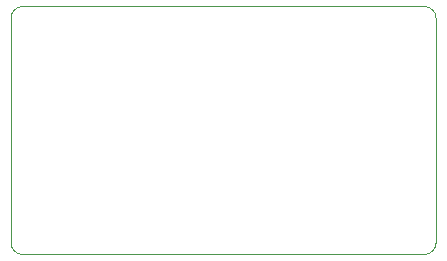
<source format=gm1>
G04 #@! TF.GenerationSoftware,KiCad,Pcbnew,(5.1.2)-1*
G04 #@! TF.CreationDate,2024-05-04T01:05:48+09:00*
G04 #@! TF.ProjectId,lf,6c662e6b-6963-4616-945f-706362585858,v1.1*
G04 #@! TF.SameCoordinates,Original*
G04 #@! TF.FileFunction,Profile,NP*
%FSLAX46Y46*%
G04 Gerber Fmt 4.6, Leading zero omitted, Abs format (unit mm)*
G04 Created by KiCad (PCBNEW (5.1.2)-1) date 2024-05-04 01:05:48*
%MOMM*%
%LPD*%
G04 APERTURE LIST*
%ADD10C,0.050000*%
G04 APERTURE END LIST*
D10*
X164000000Y-99000000D02*
G75*
G02X163000000Y-100000000I-1000000J0D01*
G01*
X129000000Y-100000000D02*
G75*
G02X128000000Y-99000000I0J1000000D01*
G01*
X128000000Y-80000000D02*
G75*
G02X129000000Y-79000000I1000000J0D01*
G01*
X163000000Y-79000000D02*
G75*
G02X164000000Y-80000000I0J-1000000D01*
G01*
X128000000Y-99000000D02*
X128000000Y-80000000D01*
X163000000Y-100000000D02*
X129000000Y-100000000D01*
X164000000Y-80000000D02*
X164000000Y-99000000D01*
X129000000Y-79000000D02*
X163000000Y-79000000D01*
M02*

</source>
